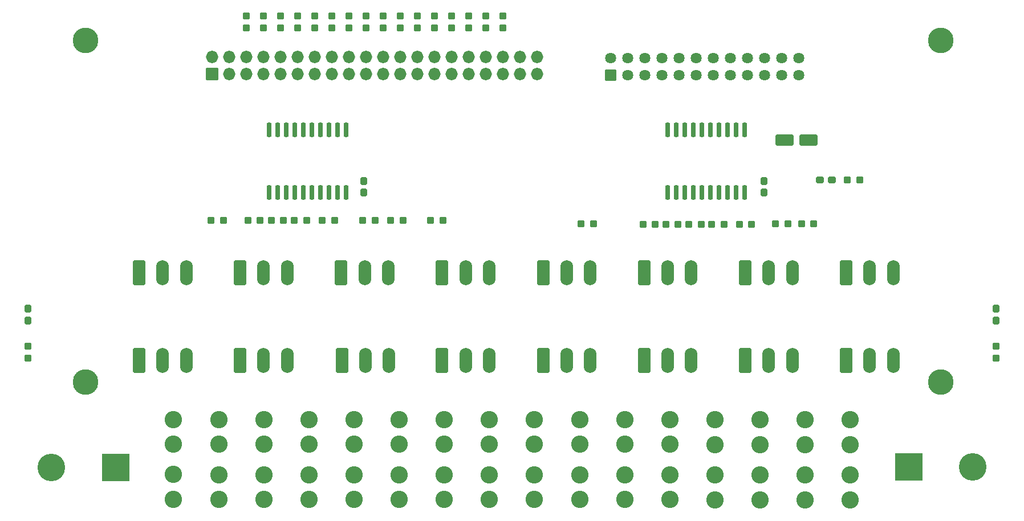
<source format=gbr>
G04 #@! TF.GenerationSoftware,KiCad,Pcbnew,(6.0.5)*
G04 #@! TF.CreationDate,2022-06-05T02:02:10-04:00*
G04 #@! TF.ProjectId,PB_16,50425f31-362e-46b6-9963-61645f706362,v1*
G04 #@! TF.SameCoordinates,Original*
G04 #@! TF.FileFunction,Soldermask,Top*
G04 #@! TF.FilePolarity,Negative*
%FSLAX46Y46*%
G04 Gerber Fmt 4.6, Leading zero omitted, Abs format (unit mm)*
G04 Created by KiCad (PCBNEW (6.0.5)) date 2022-06-05 02:02:10*
%MOMM*%
%LPD*%
G01*
G04 APERTURE LIST*
G04 Aperture macros list*
%AMRoundRect*
0 Rectangle with rounded corners*
0 $1 Rounding radius*
0 $2 $3 $4 $5 $6 $7 $8 $9 X,Y pos of 4 corners*
0 Add a 4 corners polygon primitive as box body*
4,1,4,$2,$3,$4,$5,$6,$7,$8,$9,$2,$3,0*
0 Add four circle primitives for the rounded corners*
1,1,$1+$1,$2,$3*
1,1,$1+$1,$4,$5*
1,1,$1+$1,$6,$7*
1,1,$1+$1,$8,$9*
0 Add four rect primitives between the rounded corners*
20,1,$1+$1,$2,$3,$4,$5,0*
20,1,$1+$1,$4,$5,$6,$7,0*
20,1,$1+$1,$6,$7,$8,$9,0*
20,1,$1+$1,$8,$9,$2,$3,0*%
G04 Aperture macros list end*
%ADD10RoundRect,0.288500X0.250000X0.237500X-0.250000X0.237500X-0.250000X-0.237500X0.250000X-0.237500X0*%
%ADD11RoundRect,0.288500X-0.237500X0.250000X-0.237500X-0.250000X0.237500X-0.250000X0.237500X0.250000X0*%
%ADD12RoundRect,0.288500X0.287500X0.237500X-0.287500X0.237500X-0.287500X-0.237500X0.287500X-0.237500X0*%
%ADD13RoundRect,0.288500X-0.237500X0.287500X-0.237500X-0.287500X0.237500X-0.287500X0.237500X0.287500X0*%
%ADD14RoundRect,0.288500X0.237500X-0.300000X0.237500X0.300000X-0.237500X0.300000X-0.237500X-0.300000X0*%
%ADD15RoundRect,0.051000X0.863600X-0.863600X0.863600X0.863600X-0.863600X0.863600X-0.863600X-0.863600X0*%
%ADD16O,1.829200X1.829200*%
%ADD17RoundRect,0.288500X0.237500X-0.250000X0.237500X0.250000X-0.237500X0.250000X-0.237500X-0.250000X0*%
%ADD18RoundRect,0.288500X-0.250000X-0.237500X0.250000X-0.237500X0.250000X0.237500X-0.250000X0.237500X0*%
%ADD19RoundRect,0.051000X-0.765000X-0.765000X0.765000X-0.765000X0.765000X0.765000X-0.765000X0.765000X0*%
%ADD20C,1.632000*%
%ADD21RoundRect,0.301000X-0.650000X-1.550000X0.650000X-1.550000X0.650000X1.550000X-0.650000X1.550000X0*%
%ADD22O,1.902000X3.702000*%
%ADD23C,2.577000*%
%ADD24C,3.802000*%
%ADD25RoundRect,0.051000X2.000000X2.000000X-2.000000X2.000000X-2.000000X-2.000000X2.000000X-2.000000X0*%
%ADD26C,4.102000*%
%ADD27RoundRect,0.051000X-2.000000X-2.000000X2.000000X-2.000000X2.000000X2.000000X-2.000000X2.000000X0*%
%ADD28RoundRect,0.201000X-0.150000X0.875000X-0.150000X-0.875000X0.150000X-0.875000X0.150000X0.875000X0*%
%ADD29RoundRect,0.301000X-1.050000X-0.550000X1.050000X-0.550000X1.050000X0.550000X-1.050000X0.550000X0*%
G04 APERTURE END LIST*
D10*
X194278500Y-102807800D03*
X196103500Y-102807800D03*
D11*
X216401000Y-127479500D03*
X216401000Y-129304500D03*
X72601000Y-127479500D03*
X72601000Y-129304500D03*
D12*
X191976000Y-102817800D03*
X190226000Y-102817800D03*
D13*
X216401000Y-121956000D03*
X216401000Y-123706000D03*
X72601000Y-121956000D03*
X72601000Y-123706000D03*
D14*
X181901000Y-104660300D03*
X181901000Y-102935300D03*
X122501000Y-104640300D03*
X122501000Y-102915300D03*
D15*
X99941000Y-87007800D03*
D16*
X99941000Y-84467800D03*
X102481000Y-87007800D03*
X102481000Y-84467800D03*
X105021000Y-87007800D03*
X105021000Y-84467800D03*
X107561000Y-87007800D03*
X107561000Y-84467800D03*
X110101000Y-87007800D03*
X110101000Y-84467800D03*
X112641000Y-87007800D03*
X112641000Y-84467800D03*
X115181000Y-87007800D03*
X115181000Y-84467800D03*
X117721000Y-87007800D03*
X117721000Y-84467800D03*
X120261000Y-87007800D03*
X120261000Y-84467800D03*
X122801000Y-87007800D03*
X122801000Y-84467800D03*
X125341000Y-87007800D03*
X125341000Y-84467800D03*
X127881000Y-87007800D03*
X127881000Y-84467800D03*
X130421000Y-87007800D03*
X130421000Y-84467800D03*
X132961000Y-87007800D03*
X132961000Y-84467800D03*
X135501000Y-87007800D03*
X135501000Y-84467800D03*
X138041000Y-87007800D03*
X138041000Y-84467800D03*
X140581000Y-87007800D03*
X140581000Y-84467800D03*
X143121000Y-87007800D03*
X143121000Y-84467800D03*
X145661000Y-87007800D03*
X145661000Y-84467800D03*
X148201000Y-87007800D03*
X148201000Y-84467800D03*
D17*
X143131000Y-80190300D03*
X143131000Y-78365300D03*
X140611000Y-80190300D03*
X140611000Y-78365300D03*
X138041000Y-80190300D03*
X138041000Y-78365300D03*
X135481000Y-80190300D03*
X135481000Y-78365300D03*
X132961000Y-80190300D03*
X132961000Y-78365300D03*
X130421000Y-78365300D03*
X130421000Y-80190300D03*
X127881000Y-80190300D03*
X127881000Y-78365300D03*
X125341000Y-80190300D03*
X125341000Y-78365300D03*
X122811000Y-80190300D03*
X122811000Y-78365300D03*
X120241000Y-80190300D03*
X120241000Y-78365300D03*
X117721000Y-80190300D03*
X117721000Y-78365300D03*
X115161000Y-80190300D03*
X115161000Y-78365300D03*
X112641000Y-80190300D03*
X112641000Y-78365300D03*
X110081000Y-78365300D03*
X110081000Y-80190300D03*
X107591000Y-80190300D03*
X107591000Y-78365300D03*
X105031000Y-80190300D03*
X105031000Y-78365300D03*
D18*
X187488500Y-109317800D03*
X189313500Y-109317800D03*
X183638500Y-109317800D03*
X185463500Y-109317800D03*
X178238500Y-109367800D03*
X180063500Y-109367800D03*
X174138500Y-109367800D03*
X175963500Y-109367800D03*
X170738500Y-109367800D03*
X172563500Y-109367800D03*
D10*
X169163500Y-109367800D03*
X167338500Y-109367800D03*
X165763500Y-109367800D03*
X163938500Y-109367800D03*
X156563500Y-109317800D03*
X154738500Y-109317800D03*
D18*
X134213500Y-108817800D03*
X132388500Y-108817800D03*
X128303500Y-108817800D03*
X126478500Y-108817800D03*
X124163500Y-108817800D03*
X122338500Y-108817800D03*
X116318500Y-108817800D03*
X118143500Y-108817800D03*
X113963500Y-108817800D03*
X112138500Y-108817800D03*
D10*
X110563500Y-108817800D03*
X108738500Y-108817800D03*
X105248500Y-108817800D03*
X107073500Y-108817800D03*
X101603500Y-108817800D03*
X99778500Y-108817800D03*
D19*
X159161000Y-87187800D03*
D20*
X159161000Y-84647800D03*
X161701000Y-87187800D03*
X161701000Y-84647800D03*
X164241000Y-87187800D03*
X164241000Y-84647800D03*
X166781000Y-87187800D03*
X166781000Y-84647800D03*
X169321000Y-87187800D03*
X169321000Y-84647800D03*
X171861000Y-87187800D03*
X171861000Y-84647800D03*
X174401000Y-87187800D03*
X174401000Y-84647800D03*
X176941000Y-87187800D03*
X176941000Y-84647800D03*
X179481000Y-87187800D03*
X179481000Y-84647800D03*
X182021000Y-87187800D03*
X182021000Y-84647800D03*
X184561000Y-87187800D03*
X184561000Y-84647800D03*
X187101000Y-87187800D03*
X187101000Y-84647800D03*
D21*
X89100000Y-129600000D03*
D22*
X92600000Y-129600000D03*
X96100000Y-129600000D03*
X126100000Y-116600000D03*
X122600000Y-116600000D03*
D21*
X119100000Y-116600000D03*
X119214342Y-129600000D03*
D22*
X122714342Y-129600000D03*
X126214342Y-129600000D03*
D21*
X134100000Y-116600000D03*
D22*
X137600000Y-116600000D03*
X141100000Y-116600000D03*
D21*
X134100000Y-129600000D03*
D22*
X137600000Y-129600000D03*
X141100000Y-129600000D03*
D21*
X149100000Y-116600000D03*
D22*
X152600000Y-116600000D03*
X156100000Y-116600000D03*
D21*
X149100000Y-129600000D03*
D22*
X152600000Y-129600000D03*
X156100000Y-129600000D03*
D21*
X164100000Y-116600000D03*
D22*
X167600000Y-116600000D03*
X171100000Y-116600000D03*
D21*
X164100000Y-129600000D03*
D22*
X167600000Y-129600000D03*
X171100000Y-129600000D03*
D21*
X179100000Y-116600000D03*
D22*
X182600000Y-116600000D03*
X186100000Y-116600000D03*
D21*
X179100000Y-129600000D03*
D22*
X182600000Y-129600000D03*
X186100000Y-129600000D03*
D21*
X194100000Y-116600000D03*
D22*
X197600000Y-116600000D03*
X201100000Y-116600000D03*
D21*
X194100000Y-129600000D03*
D22*
X197600000Y-129600000D03*
X201100000Y-129600000D03*
D23*
X94222600Y-150288600D03*
X94222600Y-146588600D03*
X94222600Y-142088600D03*
X94222600Y-138388600D03*
X134425198Y-150298600D03*
X134425198Y-146598600D03*
X134425198Y-142098600D03*
X134425198Y-138398600D03*
X181328229Y-150363600D03*
X181328229Y-146663600D03*
X181328229Y-142163600D03*
X181328229Y-138463600D03*
X100923033Y-150303600D03*
X100923033Y-146603600D03*
X100923033Y-142103600D03*
X100923033Y-138403600D03*
X127724765Y-150298600D03*
X127724765Y-146598600D03*
X127724765Y-142098600D03*
X127724765Y-138398600D03*
X141125631Y-150298600D03*
X141125631Y-146598600D03*
X141125631Y-142098600D03*
X141125631Y-138398600D03*
X147826064Y-150298600D03*
X147826064Y-146598600D03*
X147826064Y-142098600D03*
X147826064Y-138398600D03*
X154526497Y-150298600D03*
X154526497Y-146598600D03*
X154526497Y-142098600D03*
X154526497Y-138398600D03*
X194729100Y-150363600D03*
X194729100Y-146663600D03*
X194729100Y-142163600D03*
X194729100Y-138463600D03*
X121024332Y-150298600D03*
X121024332Y-146598600D03*
X121024332Y-142098600D03*
X121024332Y-138398600D03*
X107623466Y-150303600D03*
X107623466Y-146603600D03*
X107623466Y-142103600D03*
X107623466Y-138403600D03*
X174627796Y-150363600D03*
X174627796Y-146663600D03*
X174627796Y-142163600D03*
X174627796Y-138463600D03*
X161226930Y-150298600D03*
X161226930Y-146598600D03*
X161226930Y-142098600D03*
X161226930Y-138398600D03*
X114323899Y-150303600D03*
X114323899Y-146603600D03*
X114323899Y-142103600D03*
X114323899Y-138403600D03*
D21*
X89100000Y-116600000D03*
D22*
X92600000Y-116600000D03*
X96100000Y-116600000D03*
D21*
X104100000Y-116600000D03*
D22*
X107600000Y-116600000D03*
X111100000Y-116600000D03*
D21*
X104100000Y-129600000D03*
D22*
X107600000Y-129600000D03*
X111100000Y-129600000D03*
D23*
X188028662Y-150363600D03*
X188028662Y-146663600D03*
X188028662Y-142163600D03*
X188028662Y-138463600D03*
X167927363Y-150298600D03*
X167927363Y-146598600D03*
X167927363Y-142098600D03*
X167927363Y-138398600D03*
D24*
X81113000Y-82066600D03*
X208113000Y-82066600D03*
D25*
X85601000Y-145517800D03*
D26*
X76101000Y-145517800D03*
D24*
X208127600Y-132866600D03*
D27*
X203401000Y-145417800D03*
D26*
X212901000Y-145417800D03*
D28*
X179016000Y-95367800D03*
X177746000Y-95367800D03*
X176476000Y-95367800D03*
X175206000Y-95367800D03*
X173936000Y-95367800D03*
X172666000Y-95367800D03*
X171396000Y-95367800D03*
X170126000Y-95367800D03*
X168856000Y-95367800D03*
X167586000Y-95367800D03*
X167586000Y-104667800D03*
X168856000Y-104667800D03*
X170126000Y-104667800D03*
X171396000Y-104667800D03*
X172666000Y-104667800D03*
X173936000Y-104667800D03*
X175206000Y-104667800D03*
X176476000Y-104667800D03*
X177746000Y-104667800D03*
X179016000Y-104667800D03*
X119816000Y-95367800D03*
X118546000Y-95367800D03*
X117276000Y-95367800D03*
X116006000Y-95367800D03*
X114736000Y-95367800D03*
X113466000Y-95367800D03*
X112196000Y-95367800D03*
X110926000Y-95367800D03*
X109656000Y-95367800D03*
X108386000Y-95367800D03*
X108386000Y-104667800D03*
X109656000Y-104667800D03*
X110926000Y-104667800D03*
X112196000Y-104667800D03*
X113466000Y-104667800D03*
X114736000Y-104667800D03*
X116006000Y-104667800D03*
X117276000Y-104667800D03*
X118546000Y-104667800D03*
X119816000Y-104667800D03*
D29*
X184951000Y-96817800D03*
X188551000Y-96817800D03*
D24*
X81127600Y-132866600D03*
M02*

</source>
